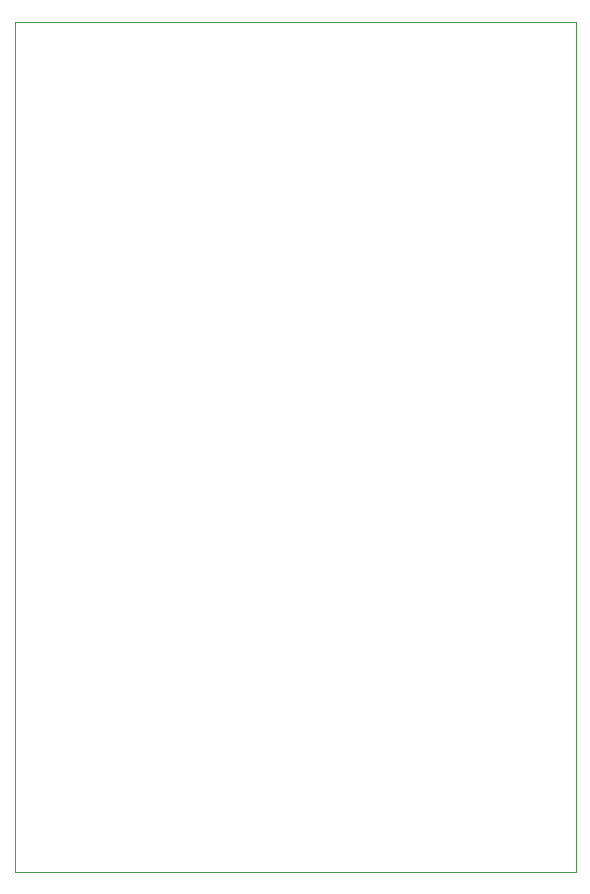
<source format=gbr>
%TF.GenerationSoftware,KiCad,Pcbnew,(6.0.11)*%
%TF.CreationDate,2023-02-24T20:03:43+09:00*%
%TF.ProjectId,Underside,556e6465-7273-4696-9465-2e6b69636164,rev?*%
%TF.SameCoordinates,Original*%
%TF.FileFunction,Profile,NP*%
%FSLAX46Y46*%
G04 Gerber Fmt 4.6, Leading zero omitted, Abs format (unit mm)*
G04 Created by KiCad (PCBNEW (6.0.11)) date 2023-02-24 20:03:43*
%MOMM*%
%LPD*%
G01*
G04 APERTURE LIST*
%TA.AperFunction,Profile*%
%ADD10C,0.100000*%
%TD*%
G04 APERTURE END LIST*
D10*
X84580000Y-122360000D02*
X132080000Y-122360000D01*
X132080000Y-122360000D02*
X132080000Y-50360000D01*
X132080000Y-50360000D02*
X84580000Y-50360000D01*
X84580000Y-50360000D02*
X84580000Y-122360000D01*
M02*

</source>
